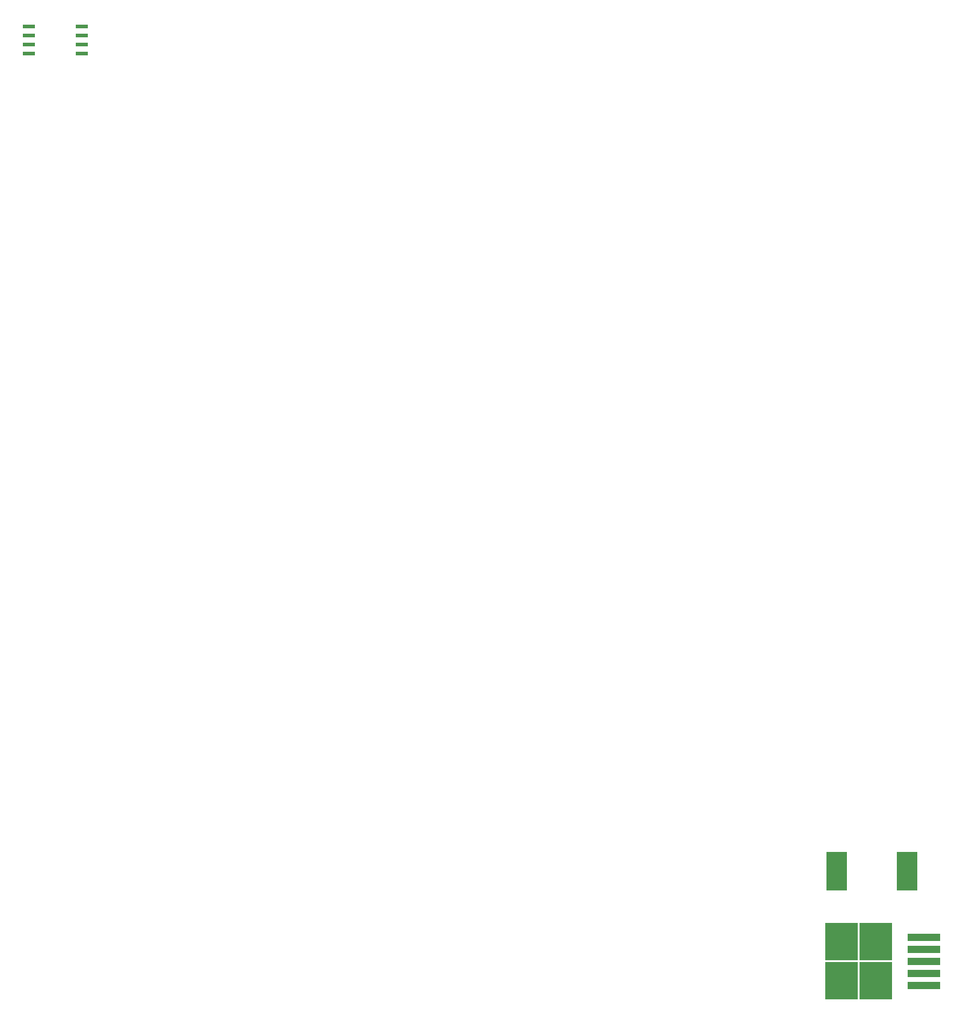
<source format=gbr>
G04 #@! TF.GenerationSoftware,KiCad,Pcbnew,5.0.2-5.fc29*
G04 #@! TF.CreationDate,2020-04-01T19:18:32+03:00*
G04 #@! TF.ProjectId,circuit_design,63697263-7569-4745-9f64-657369676e2e,rev?*
G04 #@! TF.SameCoordinates,Original*
G04 #@! TF.FileFunction,Paste,Top*
G04 #@! TF.FilePolarity,Positive*
%FSLAX46Y46*%
G04 Gerber Fmt 4.6, Leading zero omitted, Abs format (unit mm)*
G04 Created by KiCad (PCBNEW 5.0.2-5.fc29) date Wed 01 Apr 2020 07:18:32 PM EEST*
%MOMM*%
%LPD*%
G01*
G04 APERTURE LIST*
%ADD10R,2.900000X5.400000*%
%ADD11R,1.750000X0.550000*%
%ADD12R,4.550000X5.250000*%
%ADD13R,4.600000X1.100000*%
G04 APERTURE END LIST*
D10*
G04 #@! TO.C,L1*
X205610000Y-159512000D03*
X195710000Y-159512000D03*
G04 #@! TD*
D11*
G04 #@! TO.C,U30*
X89425000Y-40640000D03*
X89425000Y-41910000D03*
X89425000Y-43180000D03*
X89425000Y-44450000D03*
X82025000Y-44450000D03*
X82025000Y-43180000D03*
X82025000Y-41910000D03*
X82025000Y-40640000D03*
G04 #@! TD*
D12*
G04 #@! TO.C,U_PWR_1*
X201234000Y-169437000D03*
X196384000Y-174987000D03*
X201234000Y-174987000D03*
X196384000Y-169437000D03*
D13*
X207959000Y-168812000D03*
X207959000Y-170512000D03*
X207959000Y-172212000D03*
X207959000Y-173912000D03*
X207959000Y-175612000D03*
G04 #@! TD*
M02*

</source>
